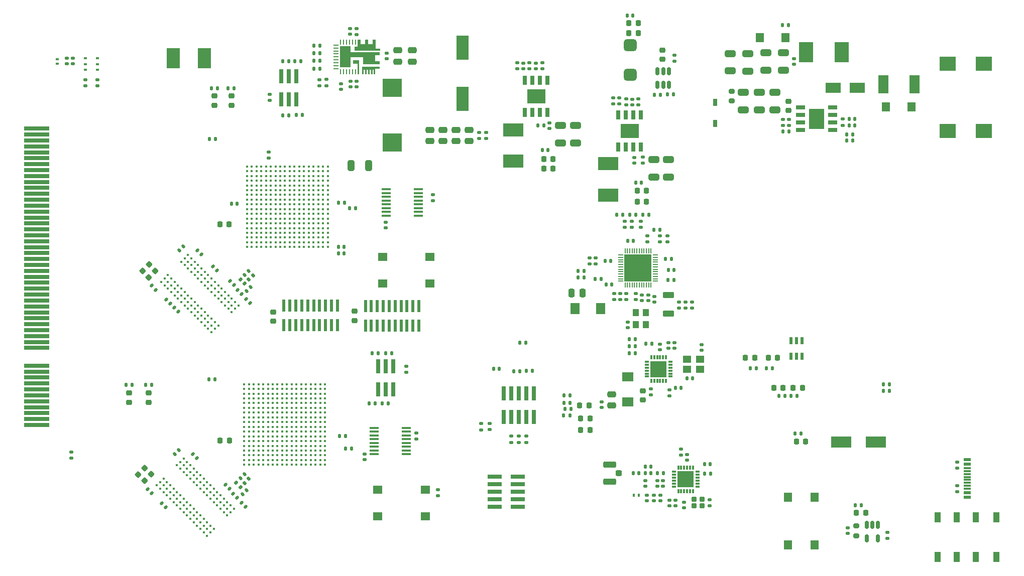
<source format=gbr>
%TF.GenerationSoftware,KiCad,Pcbnew,8.0.8*%
%TF.CreationDate,2025-02-03T01:07:07+01:00*%
%TF.ProjectId,RASBB,52415342-422e-46b6-9963-61645f706362,01*%
%TF.SameCoordinates,Original*%
%TF.FileFunction,Paste,Top*%
%TF.FilePolarity,Positive*%
%FSLAX46Y46*%
G04 Gerber Fmt 4.6, Leading zero omitted, Abs format (unit mm)*
G04 Created by KiCad (PCBNEW 8.0.8) date 2025-02-03 01:07:07*
%MOMM*%
%LPD*%
G01*
G04 APERTURE LIST*
G04 Aperture macros list*
%AMRoundRect*
0 Rectangle with rounded corners*
0 $1 Rounding radius*
0 $2 $3 $4 $5 $6 $7 $8 $9 X,Y pos of 4 corners*
0 Add a 4 corners polygon primitive as box body*
4,1,4,$2,$3,$4,$5,$6,$7,$8,$9,$2,$3,0*
0 Add four circle primitives for the rounded corners*
1,1,$1+$1,$2,$3*
1,1,$1+$1,$4,$5*
1,1,$1+$1,$6,$7*
1,1,$1+$1,$8,$9*
0 Add four rect primitives between the rounded corners*
20,1,$1+$1,$2,$3,$4,$5,0*
20,1,$1+$1,$4,$5,$6,$7,0*
20,1,$1+$1,$6,$7,$8,$9,0*
20,1,$1+$1,$8,$9,$2,$3,0*%
%AMFreePoly0*
4,1,17,0.922187,-3.271517,0.249087,-3.271517,0.249087,-2.755897,-0.909153,-2.755897,-0.909153,-2.247897,-0.187793,-2.247897,-0.187793,-1.503677,-0.909153,-1.503677,-0.909153,-0.995677,-0.187793,-0.995677,-0.187793,-0.253997,-0.909153,-0.253997,-0.909153,0.254003,0.617387,0.254003,0.617387,1.010923,0.922187,1.010923,0.922187,-3.271517,0.922187,-3.271517,$1*%
%AMFreePoly1*
4,1,7,1.009154,-0.126998,-0.784086,-0.126998,-0.784086,-0.939798,-1.393686,-0.939798,-1.393686,0.127002,1.009154,0.127002,1.009154,-0.126998,1.009154,-0.126998,$1*%
%AMFreePoly2*
4,1,24,-0.548640,0.127000,-0.406400,0.127000,0.406400,0.127000,0.406400,-0.127000,-0.299720,-0.127000,-0.299720,-0.373380,0.406400,-0.373380,0.406400,-0.627380,-0.299720,-0.627380,-0.299720,-0.873760,0.406400,-0.873760,0.406400,-1.127760,-0.299720,-1.127760,-0.299720,-1.374140,0.406400,-1.374140,0.406400,-1.628140,-0.299720,-1.628140,-0.299720,-1.871980,0.406400,-1.871980,0.406400,-2.125980,
-0.853440,-2.125980,-0.853440,0.886460,-0.548640,0.886460,-0.548640,0.127000,-0.548640,0.127000,$1*%
%AMFreePoly3*
4,1,15,-1.240280,0.393900,3.641600,0.393900,3.641600,-0.114100,2.884680,-0.114100,2.884680,-1.076760,3.641600,-1.076760,3.641600,-1.584760,0.839980,-1.584760,0.839980,-0.436680,-1.240280,-0.436680,-1.240280,-2.082600,-3.018280,-2.082600,-3.018280,1.422600,-1.240280,1.422600,-1.240280,0.393900,-1.240280,0.393900,$1*%
G04 Aperture macros list end*
%ADD10C,0.000000*%
%ADD11RoundRect,0.135000X-0.135000X-0.185000X0.135000X-0.185000X0.135000X0.185000X-0.135000X0.185000X0*%
%ADD12RoundRect,0.140000X-0.170000X0.140000X-0.170000X-0.140000X0.170000X-0.140000X0.170000X0.140000X0*%
%ADD13R,1.540600X1.853400*%
%ADD14RoundRect,0.140000X0.170000X-0.140000X0.170000X0.140000X-0.170000X0.140000X-0.170000X-0.140000X0*%
%ADD15RoundRect,0.140000X-0.140000X-0.170000X0.140000X-0.170000X0.140000X0.170000X-0.140000X0.170000X0*%
%ADD16RoundRect,0.140000X0.140000X0.170000X-0.140000X0.170000X-0.140000X-0.170000X0.140000X-0.170000X0*%
%ADD17RoundRect,0.135000X0.135000X0.185000X-0.135000X0.185000X-0.135000X-0.185000X0.135000X-0.185000X0*%
%ADD18R,3.429000X2.235200*%
%ADD19RoundRect,0.140000X0.219203X0.021213X0.021213X0.219203X-0.219203X-0.021213X-0.021213X-0.219203X0*%
%ADD20RoundRect,0.218750X0.218750X0.256250X-0.218750X0.256250X-0.218750X-0.256250X0.218750X-0.256250X0*%
%ADD21RoundRect,0.140000X0.021213X-0.219203X0.219203X-0.021213X-0.021213X0.219203X-0.219203X0.021213X0*%
%ADD22RoundRect,0.135000X-0.185000X0.135000X-0.185000X-0.135000X0.185000X-0.135000X0.185000X0.135000X0*%
%ADD23R,3.200000X3.050000*%
%ADD24RoundRect,0.135000X0.185000X-0.135000X0.185000X0.135000X-0.185000X0.135000X-0.185000X-0.135000X0*%
%ADD25RoundRect,0.250000X0.650000X-0.325000X0.650000X0.325000X-0.650000X0.325000X-0.650000X-0.325000X0*%
%ADD26RoundRect,0.250000X0.275000X0.250000X-0.275000X0.250000X-0.275000X-0.250000X0.275000X-0.250000X0*%
%ADD27RoundRect,0.250000X0.850000X0.275000X-0.850000X0.275000X-0.850000X-0.275000X0.850000X-0.275000X0*%
%ADD28RoundRect,0.225000X0.225000X0.250000X-0.225000X0.250000X-0.225000X-0.250000X0.225000X-0.250000X0*%
%ADD29RoundRect,0.225000X-0.250000X0.225000X-0.250000X-0.225000X0.250000X-0.225000X0.250000X0.225000X0*%
%ADD30RoundRect,0.140000X-0.219203X-0.021213X-0.021213X-0.219203X0.219203X0.021213X0.021213X0.219203X0*%
%ADD31RoundRect,0.218750X0.256250X-0.218750X0.256250X0.218750X-0.256250X0.218750X-0.256250X-0.218750X0*%
%ADD32RoundRect,0.250000X-0.475000X0.250000X-0.475000X-0.250000X0.475000X-0.250000X0.475000X0.250000X0*%
%ADD33R,2.400000X0.740000*%
%ADD34R,0.740000X2.400000*%
%ADD35R,1.400000X1.200000*%
%ADD36RoundRect,0.225000X0.250000X-0.225000X0.250000X0.225000X-0.250000X0.225000X-0.250000X-0.225000X0*%
%ADD37R,0.500000X2.000000*%
%ADD38RoundRect,0.140000X-0.021213X0.219203X-0.219203X0.021213X0.021213X-0.219203X0.219203X-0.021213X0*%
%ADD39C,0.410000*%
%ADD40R,2.800000X2.400000*%
%ADD41R,0.550000X0.400000*%
%ADD42RoundRect,0.150000X0.150000X-0.512500X0.150000X0.512500X-0.150000X0.512500X-0.150000X-0.512500X0*%
%ADD43RoundRect,0.250000X0.475000X-0.250000X0.475000X0.250000X-0.475000X0.250000X-0.475000X-0.250000X0*%
%ADD44RoundRect,0.225000X0.017678X-0.335876X0.335876X-0.017678X-0.017678X0.335876X-0.335876X0.017678X0*%
%ADD45R,1.853400X1.540600*%
%ADD46C,0.426000*%
%ADD47RoundRect,0.225000X-0.225000X-0.250000X0.225000X-0.250000X0.225000X0.250000X-0.225000X0.250000X0*%
%ADD48R,1.522000X0.700000*%
%ADD49R,2.500000X3.500000*%
%ADD50R,1.600000X1.400000*%
%ADD51RoundRect,0.250000X-0.250000X-0.475000X0.250000X-0.475000X0.250000X0.475000X-0.250000X0.475000X0*%
%ADD52RoundRect,0.135000X0.226274X0.035355X0.035355X0.226274X-0.226274X-0.035355X-0.035355X-0.226274X0*%
%ADD53RoundRect,0.250000X-0.650000X0.325000X-0.650000X-0.325000X0.650000X-0.325000X0.650000X0.325000X0*%
%ADD54R,0.650000X1.525000*%
%ADD55R,3.100000X2.400000*%
%ADD56R,0.800000X0.300000*%
%ADD57R,0.300000X0.800000*%
%ADD58R,2.700000X2.700000*%
%ADD59R,0.400000X0.500000*%
%ADD60R,3.350000X1.850000*%
%ADD61R,1.780000X3.150000*%
%ADD62R,2.000000X4.100000*%
%ADD63RoundRect,0.147500X0.147500X0.172500X-0.147500X0.172500X-0.147500X-0.172500X0.147500X-0.172500X0*%
%ADD64RoundRect,0.200000X0.250000X0.200000X-0.250000X0.200000X-0.250000X-0.200000X0.250000X-0.200000X0*%
%ADD65RoundRect,0.135000X0.035355X-0.226274X0.226274X-0.035355X-0.035355X0.226274X-0.226274X0.035355X0*%
%ADD66R,1.528000X0.435000*%
%ADD67R,2.500000X1.700000*%
%ADD68R,1.400000X1.600000*%
%ADD69FreePoly0,270.000000*%
%ADD70R,0.254000X0.812800*%
%ADD71R,0.812800X0.254000*%
%ADD72FreePoly1,270.000000*%
%ADD73FreePoly2,270.000000*%
%ADD74FreePoly3,0.000000*%
%ADD75RoundRect,0.500000X0.600000X-0.500000X0.600000X0.500000X-0.600000X0.500000X-0.600000X-0.500000X0*%
%ADD76R,2.235200X3.429000*%
%ADD77RoundRect,0.150000X-0.150000X0.512500X-0.150000X-0.512500X0.150000X-0.512500X0.150000X0.512500X0*%
%ADD78R,0.500000X0.400000*%
%ADD79RoundRect,0.200000X0.275000X-0.200000X0.275000X0.200000X-0.275000X0.200000X-0.275000X-0.200000X0*%
%ADD80RoundRect,0.250000X-0.325000X-0.650000X0.325000X-0.650000X0.325000X0.650000X-0.325000X0.650000X0*%
%ADD81R,1.160000X0.600000*%
%ADD82R,1.160000X0.300000*%
%ADD83R,1.100000X1.300000*%
%ADD84R,0.812800X0.203200*%
%ADD85R,0.203200X0.812800*%
%ADD86R,4.648200X4.648200*%
%ADD87R,0.800000X1.150000*%
%ADD88R,0.600000X1.150000*%
%ADD89R,1.450000X1.490000*%
%ADD90RoundRect,0.250000X0.700000X-0.275000X0.700000X0.275000X-0.700000X0.275000X-0.700000X-0.275000X0*%
%ADD91RoundRect,0.200000X-0.275000X0.200000X-0.275000X-0.200000X0.275000X-0.200000X0.275000X0.200000X0*%
%ADD92R,1.100000X1.750000*%
%ADD93R,2.350000X3.500000*%
%ADD94R,4.200000X0.700000*%
G04 APERTURE END LIST*
D10*
%TO.C,U12*%
G36*
X206795300Y-79355300D02*
G01*
X205445900Y-79355300D01*
X205445900Y-78005900D01*
X206795300Y-78005900D01*
X206795300Y-79355300D01*
G37*
G36*
X206795300Y-80904700D02*
G01*
X205445900Y-80904700D01*
X205445900Y-79555300D01*
X206795300Y-79555300D01*
X206795300Y-80904700D01*
G37*
G36*
X206795300Y-82454100D02*
G01*
X205445900Y-82454100D01*
X205445900Y-81104700D01*
X206795300Y-81104700D01*
X206795300Y-82454100D01*
G37*
G36*
X208344700Y-79355300D02*
G01*
X206995300Y-79355300D01*
X206995300Y-78005900D01*
X208344700Y-78005900D01*
X208344700Y-79355300D01*
G37*
G36*
X208344700Y-80904700D02*
G01*
X206995300Y-80904700D01*
X206995300Y-79555300D01*
X208344700Y-79555300D01*
X208344700Y-80904700D01*
G37*
G36*
X208344700Y-82454100D02*
G01*
X206995300Y-82454100D01*
X206995300Y-81104700D01*
X208344700Y-81104700D01*
X208344700Y-82454100D01*
G37*
G36*
X209894100Y-79355300D02*
G01*
X208544700Y-79355300D01*
X208544700Y-78005900D01*
X209894100Y-78005900D01*
X209894100Y-79355300D01*
G37*
G36*
X209894100Y-80904700D02*
G01*
X208544700Y-80904700D01*
X208544700Y-79555300D01*
X209894100Y-79555300D01*
X209894100Y-80904700D01*
G37*
G36*
X209894100Y-82454100D02*
G01*
X208544700Y-82454100D01*
X208544700Y-81104700D01*
X209894100Y-81104700D01*
X209894100Y-82454100D01*
G37*
%TD*%
D11*
%TO.C,R110*%
X195190000Y-102950000D03*
X196210000Y-102950000D03*
%TD*%
D12*
%TO.C,C41*%
X190465000Y-45640192D03*
X190465000Y-46600192D03*
%TD*%
D13*
%TO.C,L8*%
X201324200Y-87080000D03*
X197065800Y-87080000D03*
%TD*%
D14*
%TO.C,C65*%
X215710000Y-86955000D03*
X215710000Y-85995000D03*
%TD*%
D12*
%TO.C,C55*%
X180875000Y-57370000D03*
X180875000Y-58330000D03*
%TD*%
D15*
%TO.C,C35*%
X190800000Y-56200000D03*
X191760000Y-56200000D03*
%TD*%
D11*
%TO.C,R167*%
X135290000Y-99000000D03*
X136310000Y-99000000D03*
%TD*%
D16*
%TO.C,C363*%
X206900000Y-75660000D03*
X205940000Y-75660000D03*
%TD*%
D12*
%TO.C,C151*%
X212950000Y-119400000D03*
X212950000Y-120360000D03*
%TD*%
%TO.C,C149*%
X215450000Y-119720000D03*
X215450000Y-120680000D03*
%TD*%
D15*
%TO.C,C361*%
X212770000Y-80580000D03*
X213730000Y-80580000D03*
%TD*%
D17*
%TO.C,R154*%
X148780000Y-45350000D03*
X147760000Y-45350000D03*
%TD*%
D18*
%TO.C,L6*%
X202600000Y-67934300D03*
X202600000Y-62625700D03*
%TD*%
D19*
%TO.C,C105*%
X128048128Y-120569753D03*
X127369306Y-119890931D03*
%TD*%
D12*
%TO.C,C145*%
X219725000Y-119345000D03*
X219725000Y-120305000D03*
%TD*%
D20*
%TO.C,D8*%
X199575000Y-105600000D03*
X198000000Y-105600000D03*
%TD*%
D11*
%TO.C,R56*%
X124640000Y-99925000D03*
X125660000Y-99925000D03*
%TD*%
D21*
%TO.C,C84*%
X141360589Y-81389411D03*
X142039411Y-80710589D03*
%TD*%
D22*
%TO.C,R41*%
X187275000Y-45590192D03*
X187275000Y-46610192D03*
%TD*%
D15*
%TO.C,C357*%
X212730000Y-82220000D03*
X213690000Y-82220000D03*
%TD*%
D23*
%TO.C,L3*%
X166200000Y-49800000D03*
X166200000Y-59000000D03*
%TD*%
D19*
%TO.C,C103*%
X133298128Y-112269753D03*
X132619306Y-111590931D03*
%TD*%
D12*
%TO.C,C150*%
X213970000Y-119400000D03*
X213970000Y-120360000D03*
%TD*%
D15*
%TO.C,C159*%
X206850000Y-114840000D03*
X207810000Y-114840000D03*
%TD*%
D24*
%TO.C,R44*%
X160200000Y-40810000D03*
X160200000Y-39790000D03*
%TD*%
D25*
%TO.C,C5*%
X228101250Y-53505000D03*
X228101250Y-50555000D03*
%TD*%
D26*
%TO.C,J11*%
X204410000Y-114840000D03*
D27*
X202885000Y-116315000D03*
X202885000Y-113365000D03*
%TD*%
D28*
%TO.C,C45*%
X207675000Y-38890000D03*
X206125000Y-38890000D03*
%TD*%
%TO.C,C54*%
X193350000Y-63430000D03*
X191800000Y-63430000D03*
%TD*%
D24*
%TO.C,R30*%
X242210000Y-56120000D03*
X242210000Y-55100000D03*
%TD*%
D14*
%TO.C,C146*%
X209170000Y-119510000D03*
X209170000Y-118550000D03*
%TD*%
D15*
%TO.C,C8*%
X243270000Y-55040000D03*
X244230000Y-55040000D03*
%TD*%
D29*
%TO.C,C175*%
X208490000Y-100915000D03*
X208490000Y-102465000D03*
%TD*%
D12*
%TO.C,C30*%
X188285000Y-45640192D03*
X188285000Y-46600192D03*
%TD*%
D11*
%TO.C,R71*%
X249025000Y-99870000D03*
X250045000Y-99870000D03*
%TD*%
%TO.C,R5*%
X135755000Y-49900000D03*
X136775000Y-49900000D03*
%TD*%
D18*
%TO.C,L5*%
X186600000Y-62200000D03*
X186600000Y-56891400D03*
%TD*%
D30*
%TO.C,C88*%
X125710589Y-83210589D03*
X126389411Y-83889411D03*
%TD*%
D28*
%TO.C,C57*%
X193350000Y-61800000D03*
X191800000Y-61800000D03*
%TD*%
D31*
%TO.C,D16*%
X121865000Y-102882500D03*
X121865000Y-101307500D03*
%TD*%
D32*
%TO.C,C354*%
X169590000Y-43500000D03*
X169590000Y-45400000D03*
%TD*%
D33*
%TO.C,J8*%
X183500000Y-115410000D03*
X187400000Y-115410000D03*
X183500000Y-116680000D03*
X187400000Y-116680000D03*
X183500000Y-117950000D03*
X187400000Y-117950000D03*
X183500000Y-119220000D03*
X187400000Y-119220000D03*
X183500000Y-120490000D03*
X187400000Y-120490000D03*
%TD*%
D34*
%TO.C,J13*%
X150070000Y-47850000D03*
X150070000Y-51750000D03*
X148800000Y-47850000D03*
X148800000Y-51750000D03*
X147530000Y-47850000D03*
X147530000Y-51750000D03*
%TD*%
D17*
%TO.C,R46*%
X213640000Y-50947500D03*
X212620000Y-50947500D03*
%TD*%
D30*
%TO.C,C94*%
X140110589Y-83960589D03*
X140789411Y-84639411D03*
%TD*%
D35*
%TO.C,Y3*%
X218100000Y-95580000D03*
X215900000Y-95580000D03*
X215900000Y-97280000D03*
X218100000Y-97280000D03*
%TD*%
D36*
%TO.C,C125*%
X146140000Y-89215000D03*
X146140000Y-87665000D03*
%TD*%
D30*
%TO.C,C116*%
X140819306Y-119790931D03*
X141498128Y-120469753D03*
%TD*%
D37*
%TO.C,J5*%
X147980000Y-89820000D03*
X147980000Y-86520000D03*
X148980000Y-89820000D03*
X148980000Y-86520000D03*
X149980000Y-89820000D03*
X149980000Y-86520000D03*
X150980000Y-89820000D03*
X150980000Y-86520000D03*
X151980000Y-89820000D03*
X151980000Y-86520000D03*
X152980000Y-89820000D03*
X152980000Y-86520000D03*
X153980000Y-89820000D03*
X153980000Y-86520000D03*
X154980000Y-89820000D03*
X154980000Y-86520000D03*
X155980000Y-89820000D03*
X155980000Y-86520000D03*
X156980000Y-89820000D03*
X156980000Y-86520000D03*
%TD*%
D28*
%TO.C,C179*%
X232125000Y-100400000D03*
X230575000Y-100400000D03*
%TD*%
D14*
%TO.C,C71*%
X205900000Y-90280000D03*
X205900000Y-89320000D03*
%TD*%
D38*
%TO.C,C95*%
X142389411Y-83410589D03*
X141710589Y-84089411D03*
%TD*%
D22*
%TO.C,R28*%
X232072777Y-55130000D03*
X232072777Y-56150000D03*
%TD*%
D11*
%TO.C,R58*%
X208460000Y-71220000D03*
X209480000Y-71220000D03*
%TD*%
D12*
%TO.C,C204*%
X145600000Y-50940000D03*
X145600000Y-51900000D03*
%TD*%
D15*
%TO.C,C51*%
X207250000Y-65810000D03*
X208210000Y-65810000D03*
%TD*%
D22*
%TO.C,R118*%
X116510000Y-48430000D03*
X116510000Y-49450000D03*
%TD*%
D11*
%TO.C,R153*%
X150080000Y-54360000D03*
X151100000Y-54360000D03*
%TD*%
D39*
%TO.C,U10*%
X141750000Y-63080000D03*
X142550000Y-63080000D03*
X143350000Y-63080000D03*
X144150000Y-63080000D03*
X144950000Y-63080000D03*
X145750000Y-63080000D03*
X146550000Y-63080000D03*
X147350000Y-63080000D03*
X148150000Y-63080000D03*
X148950000Y-63080000D03*
X149750000Y-63080000D03*
X150550000Y-63080000D03*
X151350000Y-63080000D03*
X152150000Y-63080000D03*
X152950000Y-63080000D03*
X153750000Y-63080000D03*
X154550000Y-63080000D03*
X155350000Y-63080000D03*
X141750000Y-63880000D03*
X142550000Y-63880000D03*
X143350000Y-63880000D03*
X144150000Y-63880000D03*
X144950000Y-63880000D03*
X145750000Y-63880000D03*
X146550000Y-63880000D03*
X147350000Y-63880000D03*
X148150000Y-63880000D03*
X148950000Y-63880000D03*
X149750000Y-63880000D03*
X150550000Y-63880000D03*
X151350000Y-63880000D03*
X152150000Y-63880000D03*
X152950000Y-63880000D03*
X153750000Y-63880000D03*
X154550000Y-63880000D03*
X155350000Y-63880000D03*
X141750000Y-64680000D03*
X142550000Y-64680000D03*
X143350000Y-64680000D03*
X144150000Y-64680000D03*
X144950000Y-64680000D03*
X145750000Y-64680000D03*
X146550000Y-64680000D03*
X147350000Y-64680000D03*
X148150000Y-64680000D03*
X148950000Y-64680000D03*
X149750000Y-64680000D03*
X150550000Y-64680000D03*
X151350000Y-64680000D03*
X152150000Y-64680000D03*
X152950000Y-64680000D03*
X153750000Y-64680000D03*
X154550000Y-64680000D03*
X155350000Y-64680000D03*
X141750000Y-65480000D03*
X142550000Y-65480000D03*
X143350000Y-65480000D03*
X144150000Y-65480000D03*
X144950000Y-65480000D03*
X145750000Y-65480000D03*
X146550000Y-65480000D03*
X147350000Y-65480000D03*
X148150000Y-65480000D03*
X148950000Y-65480000D03*
X149750000Y-65480000D03*
X150550000Y-65480000D03*
X151350000Y-65480000D03*
X152150000Y-65480000D03*
X152950000Y-65480000D03*
X153750000Y-65480000D03*
X154550000Y-65480000D03*
X155350000Y-65480000D03*
X141750000Y-66280000D03*
X142550000Y-66280000D03*
X143350000Y-66280000D03*
X144150000Y-66280000D03*
X144950000Y-66280000D03*
X145750000Y-66280000D03*
X146550000Y-66280000D03*
X147350000Y-66280000D03*
X148150000Y-66280000D03*
X148950000Y-66280000D03*
X149750000Y-66280000D03*
X150550000Y-66280000D03*
X151350000Y-66280000D03*
X152150000Y-66280000D03*
X152950000Y-66280000D03*
X153750000Y-66280000D03*
X154550000Y-66280000D03*
X155350000Y-66280000D03*
X141750000Y-67080000D03*
X142550000Y-67080000D03*
X143350000Y-67080000D03*
X144150000Y-67080000D03*
X144950000Y-67080000D03*
X145750000Y-67080000D03*
X146550000Y-67080000D03*
X147350000Y-67080000D03*
X148150000Y-67080000D03*
X148950000Y-67080000D03*
X149750000Y-67080000D03*
X150550000Y-67080000D03*
X151350000Y-67080000D03*
X152150000Y-67080000D03*
X152950000Y-67080000D03*
X153750000Y-67080000D03*
X154550000Y-67080000D03*
X155350000Y-67080000D03*
X141750000Y-67880000D03*
X142550000Y-67880000D03*
X143350000Y-67880000D03*
X144150000Y-67880000D03*
X144950000Y-67880000D03*
X145750000Y-67880000D03*
X146550000Y-67880000D03*
X147350000Y-67880000D03*
X148150000Y-67880000D03*
X148950000Y-67880000D03*
X149750000Y-67880000D03*
X150550000Y-67880000D03*
X151350000Y-67880000D03*
X152150000Y-67880000D03*
X152950000Y-67880000D03*
X153750000Y-67880000D03*
X154550000Y-67880000D03*
X155350000Y-67880000D03*
X141750000Y-68680000D03*
X142550000Y-68680000D03*
X143350000Y-68680000D03*
X144150000Y-68680000D03*
X144950000Y-68680000D03*
X145750000Y-68680000D03*
X146550000Y-68680000D03*
X147350000Y-68680000D03*
X148150000Y-68680000D03*
X148950000Y-68680000D03*
X149750000Y-68680000D03*
X150550000Y-68680000D03*
X151350000Y-68680000D03*
X152150000Y-68680000D03*
X152950000Y-68680000D03*
X153750000Y-68680000D03*
X154550000Y-68680000D03*
X155350000Y-68680000D03*
X141750000Y-69480000D03*
X142550000Y-69480000D03*
X143350000Y-69480000D03*
X144150000Y-69480000D03*
X144950000Y-69480000D03*
X145750000Y-69480000D03*
X146550000Y-69480000D03*
X147350000Y-69480000D03*
X148150000Y-69480000D03*
X148950000Y-69480000D03*
X149750000Y-69480000D03*
X150550000Y-69480000D03*
X151350000Y-69480000D03*
X152150000Y-69480000D03*
X152950000Y-69480000D03*
X153750000Y-69480000D03*
X154550000Y-69480000D03*
X155350000Y-69480000D03*
X141750000Y-70280000D03*
X142550000Y-70280000D03*
X143350000Y-70280000D03*
X144150000Y-70280000D03*
X144950000Y-70280000D03*
X145750000Y-70280000D03*
X146550000Y-70280000D03*
X147350000Y-70280000D03*
X148150000Y-70280000D03*
X148950000Y-70280000D03*
X149750000Y-70280000D03*
X150550000Y-70280000D03*
X151350000Y-70280000D03*
X152150000Y-70280000D03*
X152950000Y-70280000D03*
X153750000Y-70280000D03*
X154550000Y-70280000D03*
X155350000Y-70280000D03*
X141750000Y-71080000D03*
X142550000Y-71080000D03*
X143350000Y-71080000D03*
X144150000Y-71080000D03*
X144950000Y-71080000D03*
X145750000Y-71080000D03*
X146550000Y-71080000D03*
X147350000Y-71080000D03*
X148150000Y-71080000D03*
X148950000Y-71080000D03*
X149750000Y-71080000D03*
X150550000Y-71080000D03*
X151350000Y-71080000D03*
X152150000Y-71080000D03*
X152950000Y-71080000D03*
X153750000Y-71080000D03*
X154550000Y-71080000D03*
X155350000Y-71080000D03*
X141750000Y-71880000D03*
X142550000Y-71880000D03*
X143350000Y-71880000D03*
X144150000Y-71880000D03*
X144950000Y-71880000D03*
X145750000Y-71880000D03*
X146550000Y-71880000D03*
X147350000Y-71880000D03*
X148150000Y-71880000D03*
X148950000Y-71880000D03*
X149750000Y-71880000D03*
X150550000Y-71880000D03*
X151350000Y-71880000D03*
X152150000Y-71880000D03*
X152950000Y-71880000D03*
X153750000Y-71880000D03*
X154550000Y-71880000D03*
X155350000Y-71880000D03*
X141750000Y-72680000D03*
X142550000Y-72680000D03*
X143350000Y-72680000D03*
X144150000Y-72680000D03*
X144950000Y-72680000D03*
X145750000Y-72680000D03*
X146550000Y-72680000D03*
X147350000Y-72680000D03*
X148150000Y-72680000D03*
X148950000Y-72680000D03*
X149750000Y-72680000D03*
X150550000Y-72680000D03*
X151350000Y-72680000D03*
X152150000Y-72680000D03*
X152950000Y-72680000D03*
X153750000Y-72680000D03*
X154550000Y-72680000D03*
X155350000Y-72680000D03*
X141750000Y-73480000D03*
X142550000Y-73480000D03*
X143350000Y-73480000D03*
X144150000Y-73480000D03*
X144950000Y-73480000D03*
X145750000Y-73480000D03*
X146550000Y-73480000D03*
X147350000Y-73480000D03*
X148150000Y-73480000D03*
X148950000Y-73480000D03*
X149750000Y-73480000D03*
X150550000Y-73480000D03*
X151350000Y-73480000D03*
X152150000Y-73480000D03*
X152950000Y-73480000D03*
X153750000Y-73480000D03*
X154550000Y-73480000D03*
X155350000Y-73480000D03*
X141750000Y-74280000D03*
X142550000Y-74280000D03*
X143350000Y-74280000D03*
X144150000Y-74280000D03*
X144950000Y-74280000D03*
X145750000Y-74280000D03*
X146550000Y-74280000D03*
X147350000Y-74280000D03*
X148150000Y-74280000D03*
X148950000Y-74280000D03*
X149750000Y-74280000D03*
X150550000Y-74280000D03*
X151350000Y-74280000D03*
X152150000Y-74280000D03*
X152950000Y-74280000D03*
X153750000Y-74280000D03*
X154550000Y-74280000D03*
X155350000Y-74280000D03*
X141750000Y-75080000D03*
X142550000Y-75080000D03*
X143350000Y-75080000D03*
X144150000Y-75080000D03*
X144950000Y-75080000D03*
X145750000Y-75080000D03*
X146550000Y-75080000D03*
X147350000Y-75080000D03*
X148150000Y-75080000D03*
X148950000Y-75080000D03*
X149750000Y-75080000D03*
X150550000Y-75080000D03*
X151350000Y-75080000D03*
X152150000Y-75080000D03*
X152950000Y-75080000D03*
X153750000Y-75080000D03*
X154550000Y-75080000D03*
X155350000Y-75080000D03*
X141750000Y-75880000D03*
X142550000Y-75880000D03*
X143350000Y-75880000D03*
X144150000Y-75880000D03*
X144950000Y-75880000D03*
X145750000Y-75880000D03*
X146550000Y-75880000D03*
X147350000Y-75880000D03*
X148150000Y-75880000D03*
X148950000Y-75880000D03*
X149750000Y-75880000D03*
X150550000Y-75880000D03*
X151350000Y-75880000D03*
X152150000Y-75880000D03*
X152950000Y-75880000D03*
X153750000Y-75880000D03*
X154550000Y-75880000D03*
X155350000Y-75880000D03*
X141750000Y-76680000D03*
X142550000Y-76680000D03*
X143350000Y-76680000D03*
X144150000Y-76680000D03*
X144950000Y-76680000D03*
X145750000Y-76680000D03*
X146550000Y-76680000D03*
X147350000Y-76680000D03*
X148150000Y-76680000D03*
X148950000Y-76680000D03*
X149750000Y-76680000D03*
X150550000Y-76680000D03*
X151350000Y-76680000D03*
X152150000Y-76680000D03*
X152950000Y-76680000D03*
X153750000Y-76680000D03*
X154550000Y-76680000D03*
X155350000Y-76680000D03*
%TD*%
D22*
%TO.C,R111*%
X181230000Y-106490000D03*
X181230000Y-107510000D03*
%TD*%
D14*
%TO.C,C147*%
X210330000Y-119510000D03*
X210330000Y-118550000D03*
%TD*%
D40*
%TO.C,J1*%
X259845000Y-57110000D03*
X265945000Y-57110000D03*
X265945000Y-45710000D03*
X259845000Y-45710000D03*
%TD*%
D24*
%TO.C,R29*%
X233119721Y-56150000D03*
X233119721Y-55130000D03*
%TD*%
D12*
%TO.C,C352*%
X209375000Y-84770000D03*
X209375000Y-85730000D03*
%TD*%
D22*
%TO.C,R77*%
X199495000Y-78495000D03*
X199495000Y-79515000D03*
%TD*%
D34*
%TO.C,J10*%
X185020000Y-105310000D03*
X185020000Y-101410000D03*
X186290000Y-105310000D03*
X186290000Y-101410000D03*
X187560000Y-105310000D03*
X187560000Y-101410000D03*
X188830000Y-105310000D03*
X188830000Y-101410000D03*
X190100000Y-105310000D03*
X190100000Y-101410000D03*
%TD*%
D30*
%TO.C,C111*%
X124969306Y-117540931D03*
X125648128Y-118219753D03*
%TD*%
D22*
%TO.C,R65*%
X206585000Y-72300000D03*
X206585000Y-73320000D03*
%TD*%
D11*
%TO.C,R1*%
X159060000Y-70170000D03*
X160080000Y-70170000D03*
%TD*%
D28*
%TO.C,C166*%
X246050000Y-121550000D03*
X244500000Y-121550000D03*
%TD*%
D41*
%TO.C,U7*%
X114500000Y-44800000D03*
X114500000Y-45800000D03*
X114500000Y-46800000D03*
X116500000Y-46800000D03*
X116500000Y-45800000D03*
X116500000Y-44800000D03*
%TD*%
D22*
%TO.C,R52*%
X207700000Y-51690000D03*
X207700000Y-52710000D03*
%TD*%
D11*
%TO.C,R39*%
X153000000Y-45260000D03*
X154020000Y-45260000D03*
%TD*%
D28*
%TO.C,C56*%
X209075000Y-69000000D03*
X207525000Y-69000000D03*
%TD*%
D12*
%TO.C,C72*%
X210450000Y-84995000D03*
X210450000Y-85955000D03*
%TD*%
D31*
%TO.C,D13*%
X136275000Y-52775000D03*
X136275000Y-51199998D03*
%TD*%
D11*
%TO.C,R69*%
X206210000Y-92200000D03*
X207230000Y-92200000D03*
%TD*%
%TO.C,R152*%
X149830000Y-45320000D03*
X150850000Y-45320000D03*
%TD*%
D14*
%TO.C,C66*%
X213780000Y-93780000D03*
X213780000Y-92820000D03*
%TD*%
D22*
%TO.C,R115*%
X188820000Y-108610000D03*
X188820000Y-109630000D03*
%TD*%
D42*
%TO.C,U4*%
X210960000Y-49297500D03*
X211910000Y-49297500D03*
X212860000Y-49297500D03*
X212860000Y-47022500D03*
X211910000Y-47022500D03*
X210960000Y-47022500D03*
%TD*%
D24*
%TO.C,R51*%
X205690000Y-52710000D03*
X205690000Y-51690000D03*
%TD*%
D17*
%TO.C,R62*%
X205070000Y-71220000D03*
X204050000Y-71220000D03*
%TD*%
D43*
%TO.C,C170*%
X203250000Y-103430000D03*
X203250000Y-101530000D03*
%TD*%
D15*
%TO.C,C244*%
X157160000Y-76620000D03*
X158120000Y-76620000D03*
%TD*%
D16*
%TO.C,C157*%
X209860000Y-113760000D03*
X208900000Y-113760000D03*
%TD*%
D20*
%TO.C,D9*%
X199387501Y-103400000D03*
X197812499Y-103400000D03*
%TD*%
D17*
%TO.C,R45*%
X211420000Y-50957500D03*
X210400000Y-50957500D03*
%TD*%
D14*
%TO.C,C173*%
X211370000Y-94000000D03*
X211370000Y-93040000D03*
%TD*%
D11*
%TO.C,R38*%
X153000000Y-46550000D03*
X154020000Y-46550000D03*
%TD*%
D44*
%TO.C,C121*%
X124460709Y-116128350D03*
X125556725Y-115032334D03*
%TD*%
D17*
%TO.C,R6*%
X159410000Y-110700000D03*
X158390000Y-110700000D03*
%TD*%
D16*
%TO.C,C265*%
X140070000Y-69360000D03*
X139110000Y-69360000D03*
%TD*%
D22*
%TO.C,R107*%
X200550000Y-78490001D03*
X200550000Y-79509999D03*
%TD*%
D12*
%TO.C,C364*%
X204660000Y-84550000D03*
X204660000Y-85510000D03*
%TD*%
%TO.C,C19*%
X157600000Y-49120000D03*
X157600000Y-50080000D03*
%TD*%
D22*
%TO.C,R112*%
X182660000Y-106480000D03*
X182660000Y-107500000D03*
%TD*%
%TO.C,R116*%
X186280000Y-108610000D03*
X186280000Y-109630000D03*
%TD*%
D19*
%TO.C,C80*%
X134039411Y-77939411D03*
X133360589Y-77260589D03*
%TD*%
D24*
%TO.C,R8*%
X170300000Y-109090000D03*
X170300000Y-108070000D03*
%TD*%
D43*
%TO.C,C46*%
X177000000Y-58800000D03*
X177000000Y-56900000D03*
%TD*%
D12*
%TO.C,C158*%
X208920000Y-116090000D03*
X208920000Y-117050000D03*
%TD*%
D22*
%TO.C,R42*%
X213800000Y-44290000D03*
X213800000Y-45310000D03*
%TD*%
D11*
%TO.C,R142*%
X233490000Y-101800000D03*
X234510000Y-101800000D03*
%TD*%
D12*
%TO.C,C58*%
X165140000Y-72470000D03*
X165140000Y-73430000D03*
%TD*%
D11*
%TO.C,R74*%
X197540000Y-81830000D03*
X198560000Y-81830000D03*
%TD*%
D45*
%TO.C,L11*%
X205920000Y-98592101D03*
X205920000Y-102850501D03*
%TD*%
D46*
%TO.C,IC10*%
X126532330Y-116894291D03*
X127098015Y-116328606D03*
X127663700Y-115762920D03*
X129926442Y-113500178D03*
X130492128Y-112934493D03*
X131057813Y-112368808D03*
X127098015Y-117459976D03*
X127663700Y-116894291D03*
X128229386Y-116328606D03*
X130492128Y-114065864D03*
X131057813Y-113500178D03*
X131623498Y-112934493D03*
X127663700Y-118025662D03*
X128229386Y-117459976D03*
X128795071Y-116894291D03*
X131057813Y-114631549D03*
X131623498Y-114065864D03*
X132189184Y-113500178D03*
X128229386Y-118591347D03*
X128795071Y-118025662D03*
X129360757Y-117459976D03*
X131623498Y-115197235D03*
X132189184Y-114631549D03*
X132754869Y-114065864D03*
X128795071Y-119157033D03*
X129360757Y-118591347D03*
X129926442Y-118025662D03*
X132189184Y-115762920D03*
X132754869Y-115197235D03*
X133320555Y-114631549D03*
X129360757Y-119722718D03*
X129926442Y-119157033D03*
X130492128Y-118591347D03*
X132754869Y-116328606D03*
X133320555Y-115762920D03*
X133886240Y-115197235D03*
X129926442Y-120288404D03*
X130492128Y-119722718D03*
X131057813Y-119157033D03*
X133320555Y-116894291D03*
X133886240Y-116328606D03*
X134451926Y-115762920D03*
X130492128Y-120854089D03*
X131057813Y-120288404D03*
X131623498Y-119722718D03*
X133886240Y-117459976D03*
X134451926Y-116894291D03*
X135017611Y-116328606D03*
X131057813Y-121419774D03*
X131623498Y-120854089D03*
X132189184Y-120288404D03*
X134451926Y-118025662D03*
X135017611Y-117459976D03*
X135583296Y-116894291D03*
X131623498Y-121985460D03*
X132189184Y-121419774D03*
X132754869Y-120854089D03*
X135017611Y-118591347D03*
X135583296Y-118025662D03*
X136148982Y-117459976D03*
X132189184Y-122551145D03*
X132754869Y-121985460D03*
X133320555Y-121419774D03*
X135583296Y-119157033D03*
X136148982Y-118591347D03*
X136714667Y-118025662D03*
X132754869Y-123116831D03*
X133320555Y-122551145D03*
X133886240Y-121985460D03*
X136148982Y-119722718D03*
X136714667Y-119157033D03*
X137280353Y-118591347D03*
X133320555Y-123682516D03*
X133886240Y-123116831D03*
X134451926Y-122551145D03*
X136714667Y-120288404D03*
X137280353Y-119722718D03*
X137846038Y-119157033D03*
X133886240Y-124248202D03*
X134451926Y-123682516D03*
X135017611Y-123116831D03*
X137280353Y-120854089D03*
X137846038Y-120288404D03*
X138411724Y-119722718D03*
X134451926Y-124813887D03*
X135017611Y-124248202D03*
X135583296Y-123682516D03*
X137846038Y-121419774D03*
X138411724Y-120854089D03*
X138977409Y-120288404D03*
X135017611Y-125379572D03*
X135583296Y-124813887D03*
X136148982Y-124248202D03*
X138411724Y-121985460D03*
X138977409Y-121419774D03*
X139543094Y-120854089D03*
%TD*%
D11*
%TO.C,R103*%
X121365000Y-99925000D03*
X122385000Y-99925000D03*
%TD*%
%TO.C,R121*%
X234105000Y-108135000D03*
X235125000Y-108135000D03*
%TD*%
D14*
%TO.C,C38*%
X182032500Y-58330000D03*
X182032500Y-57370000D03*
%TD*%
D19*
%TO.C,C87*%
X136689411Y-80639411D03*
X136010589Y-79960589D03*
%TD*%
D21*
%TO.C,C107*%
X140619306Y-115719753D03*
X141298128Y-115040931D03*
%TD*%
D47*
%TO.C,C178*%
X229625000Y-95400000D03*
X231175000Y-95400000D03*
%TD*%
D17*
%TO.C,R70*%
X207230000Y-93400000D03*
X206210000Y-93400000D03*
%TD*%
D15*
%TO.C,C152*%
X218920000Y-114900000D03*
X219880000Y-114900000D03*
%TD*%
%TO.C,C168*%
X215920000Y-98800000D03*
X216880000Y-98800000D03*
%TD*%
D14*
%TO.C,C154*%
X215960000Y-112630000D03*
X215960000Y-111670000D03*
%TD*%
D16*
%TO.C,C16*%
X233000000Y-39200000D03*
X232040000Y-39200000D03*
%TD*%
D48*
%TO.C,IC1*%
X235086000Y-53135000D03*
X235086000Y-54405000D03*
X235086000Y-55675000D03*
X235086000Y-56945000D03*
X240514000Y-56945000D03*
X240514000Y-55675000D03*
X240514000Y-54405000D03*
X240514000Y-53135000D03*
D49*
X237800000Y-55040000D03*
%TD*%
D17*
%TO.C,R135*%
X210010000Y-93000000D03*
X208990000Y-93000000D03*
%TD*%
D14*
%TO.C,C142*%
X112340000Y-45750000D03*
X112340000Y-44790000D03*
%TD*%
D50*
%TO.C,S2*%
X164600000Y-78300000D03*
X172600000Y-78300000D03*
X164600000Y-82800000D03*
X172600000Y-82800000D03*
%TD*%
D24*
%TO.C,R37*%
X155120000Y-49430000D03*
X155120000Y-48410000D03*
%TD*%
D28*
%TO.C,C177*%
X227325000Y-95400000D03*
X225775000Y-95400000D03*
%TD*%
D11*
%TO.C,R2*%
X157130000Y-69160000D03*
X158150000Y-69160000D03*
%TD*%
D51*
%TO.C,C62*%
X196445001Y-84405000D03*
X198344999Y-84405000D03*
%TD*%
D16*
%TO.C,C359*%
X203225000Y-82970000D03*
X202265000Y-82970000D03*
%TD*%
D24*
%TO.C,R98*%
X261475000Y-113980000D03*
X261475000Y-112960000D03*
%TD*%
D52*
%TO.C,R94*%
X140619341Y-117190966D03*
X139898093Y-116469718D03*
%TD*%
D12*
%TO.C,C156*%
X210890000Y-116090000D03*
X210890000Y-117050000D03*
%TD*%
D11*
%TO.C,R140*%
X229340000Y-97160000D03*
X230360000Y-97160000D03*
%TD*%
D44*
%TO.C,C366*%
X124151992Y-80748008D03*
X125248008Y-79651992D03*
%TD*%
D17*
%TO.C,R104*%
X250045000Y-100980000D03*
X249025000Y-100980000D03*
%TD*%
D53*
%TO.C,C21*%
X194605000Y-56135192D03*
X194605000Y-59085192D03*
%TD*%
D11*
%TO.C,R108*%
X195140000Y-105075000D03*
X196160000Y-105075000D03*
%TD*%
%TO.C,R33*%
X242840000Y-58730000D03*
X243860000Y-58730000D03*
%TD*%
D17*
%TO.C,R12*%
X196210000Y-101750000D03*
X195190000Y-101750000D03*
%TD*%
D20*
%TO.C,D7*%
X199575000Y-107540000D03*
X198000000Y-107540000D03*
%TD*%
D22*
%TO.C,R3*%
X112150000Y-111290000D03*
X112150000Y-112310000D03*
%TD*%
D46*
%TO.C,IC9*%
X127273613Y-82563949D03*
X127839298Y-81998264D03*
X128404983Y-81432578D03*
X130667725Y-79169836D03*
X131233411Y-78604151D03*
X131799096Y-78038466D03*
X127839298Y-83129634D03*
X128404983Y-82563949D03*
X128970669Y-81998264D03*
X131233411Y-79735522D03*
X131799096Y-79169836D03*
X132364781Y-78604151D03*
X128404983Y-83695320D03*
X128970669Y-83129634D03*
X129536354Y-82563949D03*
X131799096Y-80301207D03*
X132364781Y-79735522D03*
X132930467Y-79169836D03*
X128970669Y-84261005D03*
X129536354Y-83695320D03*
X130102040Y-83129634D03*
X132364781Y-80866893D03*
X132930467Y-80301207D03*
X133496152Y-79735522D03*
X129536354Y-84826691D03*
X130102040Y-84261005D03*
X130667725Y-83695320D03*
X132930467Y-81432578D03*
X133496152Y-80866893D03*
X134061838Y-80301207D03*
X130102040Y-85392376D03*
X130667725Y-84826691D03*
X131233411Y-84261005D03*
X133496152Y-81998264D03*
X134061838Y-81432578D03*
X134627523Y-80866893D03*
X130667725Y-85958062D03*
X131233411Y-85392376D03*
X131799096Y-84826691D03*
X134061838Y-82563949D03*
X134627523Y-81998264D03*
X135193209Y-81432578D03*
X131233411Y-86523747D03*
X131799096Y-85958062D03*
X132364781Y-85392376D03*
X134627523Y-83129634D03*
X135193209Y-82563949D03*
X135758894Y-81998264D03*
X131799096Y-87089432D03*
X132364781Y-86523747D03*
X132930467Y-85958062D03*
X135193209Y-83695320D03*
X135758894Y-83129634D03*
X136324579Y-82563949D03*
X132364781Y-87655118D03*
X132930467Y-87089432D03*
X133496152Y-86523747D03*
X135758894Y-84261005D03*
X136324579Y-83695320D03*
X136890265Y-83129634D03*
X132930467Y-88220803D03*
X133496152Y-87655118D03*
X134061838Y-87089432D03*
X136324579Y-84826691D03*
X136890265Y-84261005D03*
X137455950Y-83695320D03*
X133496152Y-88786489D03*
X134061838Y-88220803D03*
X134627523Y-87655118D03*
X136890265Y-85392376D03*
X137455950Y-84826691D03*
X138021636Y-84261005D03*
X134061838Y-89352174D03*
X134627523Y-88786489D03*
X135193209Y-88220803D03*
X137455950Y-85958062D03*
X138021636Y-85392376D03*
X138587321Y-84826691D03*
X134627523Y-89917860D03*
X135193209Y-89352174D03*
X135758894Y-88786489D03*
X138021636Y-86523747D03*
X138587321Y-85958062D03*
X139153007Y-85392376D03*
X135193209Y-90483545D03*
X135758894Y-89917860D03*
X136324579Y-89352174D03*
X138587321Y-87089432D03*
X139153007Y-86523747D03*
X139718692Y-85958062D03*
X135758894Y-91049230D03*
X136324579Y-90483545D03*
X136890265Y-89917860D03*
X139153007Y-87655118D03*
X139718692Y-87089432D03*
X140284377Y-86523747D03*
%TD*%
D34*
%TO.C,J15*%
X163880000Y-100700000D03*
X163880000Y-96800000D03*
X165150000Y-100700000D03*
X165150000Y-96800000D03*
X166420000Y-100700000D03*
X166420000Y-96800000D03*
%TD*%
D11*
%TO.C,R109*%
X195340000Y-103975000D03*
X196360000Y-103975000D03*
%TD*%
D22*
%TO.C,R22*%
X214900000Y-110790000D03*
X214900000Y-111810000D03*
%TD*%
D17*
%TO.C,R136*%
X207230000Y-94580000D03*
X206210000Y-94580000D03*
%TD*%
D54*
%TO.C,IC4*%
X208145000Y-54368486D03*
X206875000Y-54368486D03*
X205605000Y-54368486D03*
X204335000Y-54368486D03*
X204335000Y-59792486D03*
X205605000Y-59792486D03*
X206875000Y-59792486D03*
X208145000Y-59792486D03*
D55*
X206240000Y-57080486D03*
%TD*%
D11*
%TO.C,R76*%
X200450000Y-82030000D03*
X201470000Y-82030000D03*
%TD*%
D30*
%TO.C,C93*%
X141560589Y-85460589D03*
X142239411Y-86139411D03*
%TD*%
D11*
%TO.C,R35*%
X153000000Y-42680000D03*
X154020000Y-42680000D03*
%TD*%
%TO.C,R16*%
X187690000Y-92800000D03*
X188710000Y-92800000D03*
%TD*%
D56*
%TO.C,IC14*%
X213140000Y-98530000D03*
X213140000Y-98030000D03*
X213140000Y-97530000D03*
X213140000Y-97030000D03*
X213140000Y-96530000D03*
X213140000Y-96030000D03*
D57*
X212390000Y-95280000D03*
X211890000Y-95280000D03*
X211390000Y-95280000D03*
X210890000Y-95280000D03*
X210390000Y-95280000D03*
X209890000Y-95280000D03*
D56*
X209140000Y-96030000D03*
X209140000Y-96530000D03*
X209140000Y-97030000D03*
X209140000Y-97530000D03*
X209140000Y-98030000D03*
X209140000Y-98530000D03*
D57*
X209890000Y-99280000D03*
X210390000Y-99280000D03*
X210890000Y-99280000D03*
X211390000Y-99280000D03*
X211890000Y-99280000D03*
X212390000Y-99280000D03*
D58*
X211140000Y-97280000D03*
%TD*%
D22*
%TO.C,R43*%
X203450000Y-51490000D03*
X203450000Y-52510000D03*
%TD*%
D54*
%TO.C,IC2*%
X192430000Y-48528192D03*
X191160000Y-48528192D03*
X189890000Y-48528192D03*
X188620000Y-48528192D03*
X188620000Y-53952192D03*
X189890000Y-53952192D03*
X191160000Y-53952192D03*
X192430000Y-53952192D03*
D55*
X190525000Y-51240192D03*
%TD*%
D59*
%TO.C,FB3*%
X206980000Y-118530000D03*
X207780000Y-118530000D03*
%TD*%
D12*
%TO.C,C27*%
X192745000Y-55740192D03*
X192745000Y-56700192D03*
%TD*%
D60*
%TO.C,C165*%
X241900000Y-109550000D03*
X247800000Y-109550000D03*
%TD*%
D22*
%TO.C,R50*%
X189375000Y-45590192D03*
X189375000Y-46610192D03*
%TD*%
%TO.C,R64*%
X208130000Y-72300000D03*
X208130000Y-73320000D03*
%TD*%
D12*
%TO.C,C28*%
X208460000Y-61530000D03*
X208460000Y-62490000D03*
%TD*%
%TO.C,C60*%
X161580000Y-111610000D03*
X161580000Y-112570000D03*
%TD*%
D61*
%TO.C,F2*%
X249010000Y-49200000D03*
X254240000Y-49200000D03*
%TD*%
D14*
%TO.C,C144*%
X111330000Y-45760000D03*
X111330000Y-44800000D03*
%TD*%
%TO.C,C225*%
X145400000Y-61630000D03*
X145400000Y-60670000D03*
%TD*%
D28*
%TO.C,C53*%
X209075000Y-67190000D03*
X207525000Y-67190000D03*
%TD*%
D17*
%TO.C,R139*%
X227610000Y-97160000D03*
X226590000Y-97160000D03*
%TD*%
D12*
%TO.C,C18*%
X165330000Y-43970000D03*
X165330000Y-44930000D03*
%TD*%
D14*
%TO.C,C67*%
X216810000Y-86955000D03*
X216810000Y-85995000D03*
%TD*%
D17*
%TO.C,R7*%
X158380000Y-108590000D03*
X157360000Y-108590000D03*
%TD*%
D62*
%TO.C,C17*%
X178100000Y-43000000D03*
X178100000Y-51700000D03*
%TD*%
D19*
%TO.C,C100*%
X138798128Y-117419753D03*
X138119306Y-116740931D03*
%TD*%
D25*
%TO.C,C4*%
X225430000Y-53505000D03*
X225430000Y-50555000D03*
%TD*%
D43*
%TO.C,C49*%
X172605000Y-58800000D03*
X172605000Y-56900000D03*
%TD*%
D39*
%TO.C,U11*%
X141280000Y-99820000D03*
X142080000Y-99820000D03*
X142880000Y-99820000D03*
X143680000Y-99820000D03*
X144480000Y-99820000D03*
X145280000Y-99820000D03*
X146080000Y-99820000D03*
X146880000Y-99820000D03*
X147680000Y-99820000D03*
X148480000Y-99820000D03*
X149280000Y-99820000D03*
X150080000Y-99820000D03*
X150880000Y-99820000D03*
X151680000Y-99820000D03*
X152480000Y-99820000D03*
X153280000Y-99820000D03*
X154080000Y-99820000D03*
X154880000Y-99820000D03*
X141280000Y-100620000D03*
X142080000Y-100620000D03*
X142880000Y-100620000D03*
X143680000Y-100620000D03*
X144480000Y-100620000D03*
X145280000Y-100620000D03*
X146080000Y-100620000D03*
X146880000Y-100620000D03*
X147680000Y-100620000D03*
X148480000Y-100620000D03*
X149280000Y-100620000D03*
X150080000Y-100620000D03*
X150880000Y-100620000D03*
X151680000Y-100620000D03*
X152480000Y-100620000D03*
X153280000Y-100620000D03*
X154080000Y-100620000D03*
X154880000Y-100620000D03*
X141280000Y-101420000D03*
X142080000Y-101420000D03*
X142880000Y-101420000D03*
X143680000Y-101420000D03*
X144480000Y-101420000D03*
X145280000Y-101420000D03*
X146080000Y-101420000D03*
X146880000Y-101420000D03*
X147680000Y-101420000D03*
X148480000Y-101420000D03*
X149280000Y-101420000D03*
X150080000Y-101420000D03*
X150880000Y-101420000D03*
X151680000Y-101420000D03*
X152480000Y-101420000D03*
X153280000Y-101420000D03*
X154080000Y-101420000D03*
X154880000Y-101420000D03*
X141280000Y-102220000D03*
X142080000Y-102220000D03*
X142880000Y-102220000D03*
X143680000Y-102220000D03*
X144480000Y-102220000D03*
X145280000Y-102220000D03*
X146080000Y-102220000D03*
X146880000Y-102220000D03*
X147680000Y-102220000D03*
X148480000Y-102220000D03*
X149280000Y-102220000D03*
X150080000Y-102220000D03*
X150880000Y-102220000D03*
X151680000Y-102220000D03*
X152480000Y-102220000D03*
X153280000Y-102220000D03*
X154080000Y-102220000D03*
X154880000Y-102220000D03*
X141280000Y-103020000D03*
X142080000Y-103020000D03*
X142880000Y-103020000D03*
X143680000Y-103020000D03*
X144480000Y-103020000D03*
X145280000Y-103020000D03*
X146080000Y-103020000D03*
X146880000Y-103020000D03*
X147680000Y-103020000D03*
X148480000Y-103020000D03*
X149280000Y-103020000D03*
X150080000Y-103020000D03*
X150880000Y-103020000D03*
X151680000Y-103020000D03*
X152480000Y-103020000D03*
X153280000Y-103020000D03*
X154080000Y-103020000D03*
X154880000Y-103020000D03*
X141280000Y-103820000D03*
X142080000Y-103820000D03*
X142880000Y-103820000D03*
X143680000Y-103820000D03*
X144480000Y-103820000D03*
X145280000Y-103820000D03*
X146080000Y-103820000D03*
X146880000Y-103820000D03*
X147680000Y-103820000D03*
X148480000Y-103820000D03*
X149280000Y-103820000D03*
X150080000Y-103820000D03*
X150880000Y-103820000D03*
X151680000Y-103820000D03*
X152480000Y-103820000D03*
X153280000Y-103820000D03*
X154080000Y-103820000D03*
X154880000Y-103820000D03*
X141280000Y-104620000D03*
X142080000Y-104620000D03*
X142880000Y-104620000D03*
X143680000Y-104620000D03*
X144480000Y-104620000D03*
X145280000Y-104620000D03*
X146080000Y-104620000D03*
X146880000Y-104620000D03*
X147680000Y-104620000D03*
X148480000Y-104620000D03*
X149280000Y-104620000D03*
X150080000Y-104620000D03*
X150880000Y-104620000D03*
X151680000Y-104620000D03*
X152480000Y-104620000D03*
X153280000Y-104620000D03*
X154080000Y-104620000D03*
X154880000Y-104620000D03*
X141280000Y-105420000D03*
X142080000Y-105420000D03*
X142880000Y-105420000D03*
X143680000Y-105420000D03*
X144480000Y-105420000D03*
X145280000Y-105420000D03*
X146080000Y-105420000D03*
X146880000Y-105420000D03*
X147680000Y-105420000D03*
X148480000Y-105420000D03*
X149280000Y-105420000D03*
X150080000Y-105420000D03*
X150880000Y-105420000D03*
X151680000Y-105420000D03*
X152480000Y-105420000D03*
X153280000Y-105420000D03*
X154080000Y-105420000D03*
X154880000Y-105420000D03*
X141280000Y-106220000D03*
X142080000Y-106220000D03*
X142880000Y-106220000D03*
X143680000Y-106220000D03*
X144480000Y-106220000D03*
X145280000Y-106220000D03*
X146080000Y-106220000D03*
X146880000Y-106220000D03*
X147680000Y-106220000D03*
X148480000Y-106220000D03*
X149280000Y-106220000D03*
X150080000Y-106220000D03*
X150880000Y-106220000D03*
X151680000Y-106220000D03*
X152480000Y-106220000D03*
X153280000Y-106220000D03*
X154080000Y-106220000D03*
X154880000Y-106220000D03*
X141280000Y-107020000D03*
X142080000Y-107020000D03*
X142880000Y-107020000D03*
X143680000Y-107020000D03*
X144480000Y-107020000D03*
X145280000Y-107020000D03*
X146080000Y-107020000D03*
X146880000Y-107020000D03*
X147680000Y-107020000D03*
X148480000Y-107020000D03*
X149280000Y-107020000D03*
X150080000Y-107020000D03*
X150880000Y-107020000D03*
X151680000Y-107020000D03*
X152480000Y-107020000D03*
X153280000Y-107020000D03*
X154080000Y-107020000D03*
X154880000Y-107020000D03*
X141280000Y-107820000D03*
X142080000Y-107820000D03*
X142880000Y-107820000D03*
X143680000Y-107820000D03*
X144480000Y-107820000D03*
X145280000Y-107820000D03*
X146080000Y-107820000D03*
X146880000Y-107820000D03*
X147680000Y-107820000D03*
X148480000Y-107820000D03*
X149280000Y-107820000D03*
X150080000Y-107820000D03*
X150880000Y-107820000D03*
X151680000Y-107820000D03*
X152480000Y-107820000D03*
X153280000Y-107820000D03*
X154080000Y-107820000D03*
X154880000Y-107820000D03*
X141280000Y-108620000D03*
X142080000Y-108620000D03*
X142880000Y-108620000D03*
X143680000Y-108620000D03*
X144480000Y-108620000D03*
X145280000Y-108620000D03*
X146080000Y-108620000D03*
X146880000Y-108620000D03*
X147680000Y-108620000D03*
X148480000Y-108620000D03*
X149280000Y-108620000D03*
X150080000Y-108620000D03*
X150880000Y-108620000D03*
X151680000Y-108620000D03*
X152480000Y-108620000D03*
X153280000Y-108620000D03*
X154080000Y-108620000D03*
X154880000Y-108620000D03*
X141280000Y-109420000D03*
X142080000Y-109420000D03*
X142880000Y-109420000D03*
X143680000Y-109420000D03*
X144480000Y-109420000D03*
X145280000Y-109420000D03*
X146080000Y-109420000D03*
X146880000Y-109420000D03*
X147680000Y-109420000D03*
X148480000Y-109420000D03*
X149280000Y-109420000D03*
X150080000Y-109420000D03*
X150880000Y-109420000D03*
X151680000Y-109420000D03*
X152480000Y-109420000D03*
X153280000Y-109420000D03*
X154080000Y-109420000D03*
X154880000Y-109420000D03*
X141280000Y-110220000D03*
X142080000Y-110220000D03*
X142880000Y-110220000D03*
X143680000Y-110220000D03*
X144480000Y-110220000D03*
X145280000Y-110220000D03*
X146080000Y-110220000D03*
X146880000Y-110220000D03*
X147680000Y-110220000D03*
X148480000Y-110220000D03*
X149280000Y-110220000D03*
X150080000Y-110220000D03*
X150880000Y-110220000D03*
X151680000Y-110220000D03*
X152480000Y-110220000D03*
X153280000Y-110220000D03*
X154080000Y-110220000D03*
X154880000Y-110220000D03*
X141280000Y-111020000D03*
X142080000Y-111020000D03*
X142880000Y-111020000D03*
X143680000Y-111020000D03*
X144480000Y-111020000D03*
X145280000Y-111020000D03*
X146080000Y-111020000D03*
X146880000Y-111020000D03*
X147680000Y-111020000D03*
X148480000Y-111020000D03*
X149280000Y-111020000D03*
X150080000Y-111020000D03*
X150880000Y-111020000D03*
X151680000Y-111020000D03*
X152480000Y-111020000D03*
X153280000Y-111020000D03*
X154080000Y-111020000D03*
X154880000Y-111020000D03*
X141280000Y-111820000D03*
X142080000Y-111820000D03*
X142880000Y-111820000D03*
X143680000Y-111820000D03*
X144480000Y-111820000D03*
X145280000Y-111820000D03*
X146080000Y-111820000D03*
X146880000Y-111820000D03*
X147680000Y-111820000D03*
X148480000Y-111820000D03*
X149280000Y-111820000D03*
X150080000Y-111820000D03*
X150880000Y-111820000D03*
X151680000Y-111820000D03*
X152480000Y-111820000D03*
X153280000Y-111820000D03*
X154080000Y-111820000D03*
X154880000Y-111820000D03*
X141280000Y-112620000D03*
X142080000Y-112620000D03*
X142880000Y-112620000D03*
X143680000Y-112620000D03*
X144480000Y-112620000D03*
X145280000Y-112620000D03*
X146080000Y-112620000D03*
X146880000Y-112620000D03*
X147680000Y-112620000D03*
X148480000Y-112620000D03*
X149280000Y-112620000D03*
X150080000Y-112620000D03*
X150880000Y-112620000D03*
X151680000Y-112620000D03*
X152480000Y-112620000D03*
X153280000Y-112620000D03*
X154080000Y-112620000D03*
X154880000Y-112620000D03*
X141280000Y-113420000D03*
X142080000Y-113420000D03*
X142880000Y-113420000D03*
X143680000Y-113420000D03*
X144480000Y-113420000D03*
X145280000Y-113420000D03*
X146080000Y-113420000D03*
X146880000Y-113420000D03*
X147680000Y-113420000D03*
X148480000Y-113420000D03*
X149280000Y-113420000D03*
X150080000Y-113420000D03*
X150880000Y-113420000D03*
X151680000Y-113420000D03*
X152480000Y-113420000D03*
X153280000Y-113420000D03*
X154080000Y-113420000D03*
X154880000Y-113420000D03*
%TD*%
D12*
%TO.C,C32*%
X204500000Y-51520000D03*
X204500000Y-52480000D03*
%TD*%
D63*
%TO.C,L10*%
X209865000Y-114850000D03*
X208895000Y-114850000D03*
%TD*%
D17*
%TO.C,R163*%
X166150000Y-94590000D03*
X165130000Y-94590000D03*
%TD*%
D44*
%TO.C,C186*%
X123410709Y-115078350D03*
X124506725Y-113982334D03*
%TD*%
D12*
%TO.C,C20*%
X160200000Y-48720000D03*
X160200000Y-49680000D03*
%TD*%
D37*
%TO.C,J6*%
X161710000Y-89900000D03*
X161710000Y-86600000D03*
X162710000Y-89900000D03*
X162710000Y-86600000D03*
X163710000Y-89900000D03*
X163710000Y-86600000D03*
X164710000Y-89900000D03*
X164710000Y-86600000D03*
X165710000Y-89900000D03*
X165710000Y-86600000D03*
X166710000Y-89900000D03*
X166710000Y-86600000D03*
X167710000Y-89900000D03*
X167710000Y-86600000D03*
X168710000Y-89900000D03*
X168710000Y-86600000D03*
X169710000Y-89900000D03*
X169710000Y-86600000D03*
X170710000Y-89900000D03*
X170710000Y-86600000D03*
%TD*%
D16*
%TO.C,C358*%
X203060000Y-79050000D03*
X202100000Y-79050000D03*
%TD*%
D22*
%TO.C,R63*%
X211320000Y-74795000D03*
X211320000Y-75815000D03*
%TD*%
D64*
%TO.C,Y2*%
X218475000Y-119275000D03*
X217075000Y-119275000D03*
X217075000Y-120375000D03*
X218475000Y-120375000D03*
%TD*%
D14*
%TO.C,C37*%
X159100000Y-40780000D03*
X159100000Y-39820000D03*
%TD*%
D19*
%TO.C,C86*%
X130139411Y-87589411D03*
X129460589Y-86910589D03*
%TD*%
D15*
%TO.C,C40*%
X205850000Y-37600000D03*
X206810000Y-37600000D03*
%TD*%
D53*
%TO.C,C14*%
X226200000Y-44050000D03*
X226200000Y-47000000D03*
%TD*%
D65*
%TO.C,R95*%
X141298093Y-116490966D03*
X142019341Y-115769718D03*
%TD*%
D66*
%TO.C,IC6*%
X170651000Y-71394500D03*
X170651000Y-70760500D03*
X170651000Y-70124500D03*
X170651000Y-69490500D03*
X170651000Y-68854500D03*
X170651000Y-68220500D03*
X170651000Y-67584500D03*
X170651000Y-66950500D03*
X165229000Y-66950500D03*
X165229000Y-67584500D03*
X165229000Y-68220500D03*
X165229000Y-68854500D03*
X165229000Y-69490500D03*
X165229000Y-70124500D03*
X165229000Y-70760500D03*
X165229000Y-71394500D03*
%TD*%
D31*
%TO.C,D14*%
X125155000Y-102882500D03*
X125155000Y-101307500D03*
%TD*%
D30*
%TO.C,C117*%
X139369306Y-118290931D03*
X140048128Y-118969753D03*
%TD*%
D17*
%TO.C,R124*%
X245304999Y-120259998D03*
X244284999Y-120259998D03*
%TD*%
D53*
%TO.C,C24*%
X197095000Y-56135192D03*
X197095000Y-59085192D03*
%TD*%
D12*
%TO.C,C356*%
X159200000Y-48720000D03*
X159200000Y-49680000D03*
%TD*%
D15*
%TO.C,C169*%
X213970000Y-100420000D03*
X214930000Y-100420000D03*
%TD*%
D11*
%TO.C,R59*%
X197570000Y-80740000D03*
X198590000Y-80740000D03*
%TD*%
%TO.C,R34*%
X242840000Y-57650000D03*
X243860000Y-57650000D03*
%TD*%
D67*
%TO.C,D1*%
X240600000Y-49800000D03*
X244600000Y-49800000D03*
%TD*%
D50*
%TO.C,S3*%
X171780000Y-122150000D03*
X163780000Y-122150000D03*
X171780000Y-117650000D03*
X163780000Y-117650000D03*
%TD*%
D57*
%TO.C,IC13*%
X214450000Y-117860000D03*
X214950000Y-117860000D03*
X215450000Y-117860000D03*
X215950000Y-117860000D03*
X216450000Y-117860000D03*
X216950000Y-117860000D03*
D56*
X217700000Y-117110000D03*
X217700000Y-116610000D03*
X217700000Y-116110000D03*
X217700000Y-115610000D03*
X217700000Y-115110000D03*
X217700000Y-114610000D03*
D57*
X216950000Y-113860000D03*
X216450000Y-113860000D03*
X215950000Y-113860000D03*
X215450000Y-113860000D03*
X214950000Y-113860000D03*
X214450000Y-113860000D03*
D56*
X213700000Y-114610000D03*
X213700000Y-115110000D03*
X213700000Y-115610000D03*
X213700000Y-116110000D03*
X213700000Y-116610000D03*
X213700000Y-117110000D03*
D58*
X215700000Y-115860000D03*
%TD*%
D12*
%TO.C,C64*%
X203630000Y-84550000D03*
X203630000Y-85510000D03*
%TD*%
D17*
%TO.C,R161*%
X163860000Y-94590000D03*
X162840000Y-94590000D03*
%TD*%
D12*
%TO.C,C174*%
X209860000Y-100640000D03*
X209860000Y-101600000D03*
%TD*%
D17*
%TO.C,R120*%
X189870000Y-97580000D03*
X188850000Y-97580000D03*
%TD*%
D36*
%TO.C,C126*%
X159900000Y-89055000D03*
X159900000Y-87505000D03*
%TD*%
D11*
%TO.C,R40*%
X153000000Y-43970000D03*
X154020000Y-43970000D03*
%TD*%
D22*
%TO.C,R49*%
X191515000Y-45590192D03*
X191515000Y-46610192D03*
%TD*%
D68*
%TO.C,S1*%
X232960000Y-126910000D03*
X232960000Y-118910000D03*
X237460000Y-126910000D03*
X237460000Y-118910000D03*
%TD*%
D69*
%TO.C,U3*%
X163140677Y-42590853D03*
D70*
X160019020Y-42088100D03*
X159521180Y-42088100D03*
X159020800Y-42088100D03*
X158520420Y-42088100D03*
X158020040Y-42088100D03*
X157519660Y-42088100D03*
D71*
X156734800Y-42591020D03*
X156734800Y-43088860D03*
X156734800Y-43589240D03*
X156734800Y-44089620D03*
X156734800Y-44590000D03*
X156734800Y-45090380D03*
X156734800Y-45590760D03*
X156734800Y-46091140D03*
X156734800Y-46588980D03*
D70*
X157519660Y-47091900D03*
X158020040Y-47091900D03*
X158520420Y-47091900D03*
X159020800Y-47091900D03*
X159521180Y-47091900D03*
X160019020Y-47091900D03*
D72*
X160519398Y-46489146D03*
D73*
X163265140Y-47091900D03*
D74*
X160510000Y-44260000D03*
%TD*%
D14*
%TO.C,C172*%
X201520000Y-103750000D03*
X201520000Y-102790000D03*
%TD*%
D75*
%TO.C,L2*%
X206400000Y-47600000D03*
X206400000Y-42600000D03*
%TD*%
D52*
%TO.C,R88*%
X141360624Y-82860624D03*
X140639376Y-82139376D03*
%TD*%
D76*
%TO.C,L4*%
X134584400Y-44800000D03*
X129275800Y-44800000D03*
%TD*%
D21*
%TO.C,C92*%
X130310589Y-77239411D03*
X130989411Y-76560589D03*
%TD*%
D77*
%TO.C,U9*%
X248120000Y-123542500D03*
X247170000Y-123542500D03*
X246220000Y-123542500D03*
X246220000Y-125817500D03*
X248120000Y-125817500D03*
%TD*%
D78*
%TO.C,FB2*%
X109770000Y-44980000D03*
X109770000Y-45780000D03*
%TD*%
D16*
%TO.C,C131*%
X184280000Y-97200000D03*
X183320000Y-97200000D03*
%TD*%
D11*
%TO.C,R159*%
X135430000Y-58450000D03*
X136450000Y-58450000D03*
%TD*%
D79*
%TO.C,R27*%
X223425000Y-52035000D03*
X223425000Y-50385000D03*
%TD*%
D12*
%TO.C,C11*%
X233950000Y-44895000D03*
X233950000Y-45855000D03*
%TD*%
D17*
%TO.C,R162*%
X165530000Y-103060000D03*
X164510000Y-103060000D03*
%TD*%
D12*
%TO.C,C360*%
X205700000Y-84550000D03*
X205700000Y-85510000D03*
%TD*%
D14*
%TO.C,C176*%
X218400000Y-94080000D03*
X218400000Y-93120000D03*
%TD*%
D43*
%TO.C,C52*%
X174802500Y-58800000D03*
X174802500Y-56900000D03*
%TD*%
D14*
%TO.C,C171*%
X212780000Y-93790000D03*
X212780000Y-92830000D03*
%TD*%
%TO.C,C202*%
X168600000Y-97800000D03*
X168600000Y-96840000D03*
%TD*%
%TO.C,C148*%
X211470000Y-119510000D03*
X211470000Y-118550000D03*
%TD*%
D22*
%TO.C,R36*%
X153910000Y-48420000D03*
X153910000Y-49440000D03*
%TD*%
%TO.C,R73*%
X207320000Y-84540000D03*
X207320000Y-85560000D03*
%TD*%
D14*
%TO.C,C164*%
X249690000Y-125810000D03*
X249690000Y-124850000D03*
%TD*%
D24*
%TO.C,R134*%
X213000000Y-101820000D03*
X213000000Y-100800000D03*
%TD*%
D43*
%TO.C,C42*%
X179197500Y-58800000D03*
X179197500Y-56900000D03*
%TD*%
D12*
%TO.C,C43*%
X206690000Y-51720000D03*
X206690000Y-52680000D03*
%TD*%
D15*
%TO.C,C69*%
X212320000Y-78700000D03*
X213280000Y-78700000D03*
%TD*%
D21*
%TO.C,C112*%
X129530589Y-111639411D03*
X130209411Y-110960589D03*
%TD*%
D80*
%TO.C,C248*%
X159275000Y-62950000D03*
X162225000Y-62950000D03*
%TD*%
D17*
%TO.C,R155*%
X148810000Y-54470000D03*
X147790000Y-54470000D03*
%TD*%
D14*
%TO.C,C63*%
X214610000Y-86955000D03*
X214610000Y-85995000D03*
%TD*%
D81*
%TO.C,J7*%
X263160000Y-118920000D03*
X263160000Y-118120000D03*
D82*
X263160000Y-116970000D03*
X263160000Y-115970000D03*
X263160000Y-115470000D03*
X263160000Y-114470000D03*
D81*
X263160000Y-113320000D03*
X263160000Y-112520000D03*
X263160000Y-112520000D03*
X263160000Y-113320000D03*
D82*
X263160000Y-113970000D03*
X263160000Y-114970000D03*
X263160000Y-116470000D03*
X263160000Y-117470000D03*
D81*
X263160000Y-118120000D03*
X263160000Y-118920000D03*
%TD*%
D12*
%TO.C,C163*%
X243060000Y-124070000D03*
X243060000Y-125030000D03*
%TD*%
D83*
%TO.C,X1*%
X208970000Y-89805000D03*
X208970000Y-87705000D03*
X207320000Y-87705000D03*
X207320000Y-89805000D03*
%TD*%
D53*
%TO.C,C25*%
X212810000Y-61945000D03*
X212810000Y-64895000D03*
%TD*%
D28*
%TO.C,C115*%
X138755000Y-109330000D03*
X137205000Y-109330000D03*
%TD*%
D38*
%TO.C,C118*%
X141648128Y-117740931D03*
X140969306Y-118419753D03*
%TD*%
D15*
%TO.C,C153*%
X218870000Y-113350000D03*
X219830000Y-113350000D03*
%TD*%
D63*
%TO.C,L9*%
X211935000Y-114850000D03*
X210965000Y-114850000D03*
%TD*%
D22*
%TO.C,R117*%
X114500000Y-48470000D03*
X114500000Y-49490000D03*
%TD*%
%TO.C,R66*%
X205460000Y-72300000D03*
X205460000Y-73320000D03*
%TD*%
D53*
%TO.C,C13*%
X229210000Y-43900000D03*
X229210000Y-46850000D03*
%TD*%
D84*
%TO.C,U12*%
X210565600Y-82430001D03*
X210565600Y-82029999D03*
X210565600Y-81630000D03*
X210565600Y-81230001D03*
X210565600Y-80829999D03*
X210565600Y-80430000D03*
X210565600Y-80030000D03*
X210565600Y-79630001D03*
X210565600Y-79229999D03*
X210565600Y-78830000D03*
X210565600Y-78430001D03*
X210565600Y-78029999D03*
D85*
X209870001Y-77334400D03*
X209469999Y-77334400D03*
X209070000Y-77334400D03*
X208670001Y-77334400D03*
X208269999Y-77334400D03*
X207870000Y-77334400D03*
X207470000Y-77334400D03*
X207070001Y-77334400D03*
X206669999Y-77334400D03*
X206270000Y-77334400D03*
X205870001Y-77334400D03*
X205469999Y-77334400D03*
D84*
X204774400Y-78029999D03*
X204774400Y-78430001D03*
X204774400Y-78830000D03*
X204774400Y-79229999D03*
X204774400Y-79630001D03*
X204774400Y-80030000D03*
X204774400Y-80430000D03*
X204774400Y-80829999D03*
X204774400Y-81230001D03*
X204774400Y-81630000D03*
X204774400Y-82029999D03*
X204774400Y-82430001D03*
D85*
X205469999Y-83125600D03*
X205870001Y-83125600D03*
X206270000Y-83125600D03*
X206669999Y-83125600D03*
X207070001Y-83125600D03*
X207470000Y-83125600D03*
X207870000Y-83125600D03*
X208269999Y-83125600D03*
X208670001Y-83125600D03*
X209070000Y-83125600D03*
X209469999Y-83125600D03*
X209870001Y-83125600D03*
D86*
X207670000Y-80230000D03*
%TD*%
D15*
%TO.C,C250*%
X157160000Y-77780000D03*
X158120000Y-77780000D03*
%TD*%
D19*
%TO.C,C77*%
X139539411Y-83089411D03*
X138860589Y-82410589D03*
%TD*%
D87*
%TO.C,Z1*%
X220700000Y-55800000D03*
X220700000Y-52300000D03*
%TD*%
D88*
%TO.C,D10*%
X235350000Y-92500000D03*
X234400000Y-92500000D03*
X233450000Y-92500000D03*
X233450000Y-95100000D03*
X234400000Y-95100000D03*
X235350000Y-95100000D03*
%TD*%
D89*
%TO.C,D3*%
X249450000Y-53000000D03*
X253800000Y-53000000D03*
%TD*%
D22*
%TO.C,R114*%
X187530000Y-108610000D03*
X187530000Y-109630000D03*
%TD*%
D14*
%TO.C,C68*%
X209270000Y-75770000D03*
X209270000Y-74810000D03*
%TD*%
D53*
%TO.C,C22*%
X210320000Y-61925000D03*
X210320000Y-64875000D03*
%TD*%
D28*
%TO.C,C98*%
X138705000Y-72840000D03*
X137155000Y-72840000D03*
%TD*%
D65*
%TO.C,R89*%
X142039376Y-82160624D03*
X142760624Y-81439376D03*
%TD*%
D11*
%TO.C,R54*%
X138555000Y-49900000D03*
X139575000Y-49900000D03*
%TD*%
D17*
%TO.C,R141*%
X232410000Y-101800000D03*
X231390000Y-101800000D03*
%TD*%
D32*
%TO.C,C355*%
X167200000Y-43500000D03*
X167200000Y-45400000D03*
%TD*%
D47*
%TO.C,C161*%
X234390000Y-109505000D03*
X235940000Y-109505000D03*
%TD*%
D17*
%TO.C,R57*%
X211380000Y-73755000D03*
X210360000Y-73755000D03*
%TD*%
D14*
%TO.C,C36*%
X207000000Y-62510000D03*
X207000000Y-61550000D03*
%TD*%
D31*
%TO.C,D15*%
X139125000Y-52775000D03*
X139125000Y-51199998D03*
%TD*%
D28*
%TO.C,C48*%
X207675000Y-40570000D03*
X206125000Y-40570000D03*
%TD*%
D44*
%TO.C,C365*%
X125201992Y-81798008D03*
X126298008Y-80701992D03*
%TD*%
D17*
%TO.C,R119*%
X187760000Y-97610000D03*
X186740000Y-97610000D03*
%TD*%
D36*
%TO.C,C29*%
X211800000Y-45000000D03*
X211800000Y-43450000D03*
%TD*%
D90*
%TO.C,L7*%
X212820000Y-87945000D03*
X212820000Y-84795000D03*
%TD*%
D66*
%TO.C,IC8*%
X168621000Y-111624500D03*
X168621000Y-110990500D03*
X168621000Y-110354500D03*
X168621000Y-109720500D03*
X168621000Y-109084500D03*
X168621000Y-108450500D03*
X168621000Y-107814500D03*
X168621000Y-107180500D03*
X163199000Y-107180500D03*
X163199000Y-107814500D03*
X163199000Y-108450500D03*
X163199000Y-109084500D03*
X163199000Y-109720500D03*
X163199000Y-110354500D03*
X163199000Y-110990500D03*
X163199000Y-111624500D03*
%TD*%
D25*
%TO.C,C6*%
X230772500Y-53505000D03*
X230772500Y-50555000D03*
%TD*%
D22*
%TO.C,R60*%
X212645000Y-74795000D03*
X212645000Y-75815000D03*
%TD*%
D91*
%TO.C,R123*%
X244440000Y-123765000D03*
X244440000Y-125415000D03*
%TD*%
D92*
%TO.C,J12*%
X258170000Y-122250000D03*
X258170000Y-129000000D03*
X261370000Y-122250000D03*
X261370000Y-129000000D03*
X264570000Y-122250000D03*
X264570000Y-129000000D03*
X268070000Y-122250000D03*
X268070000Y-129000000D03*
%TD*%
D36*
%TO.C,C7*%
X233023750Y-53615000D03*
X233023750Y-52065000D03*
%TD*%
D53*
%TO.C,C15*%
X223190000Y-44010000D03*
X223190000Y-46960000D03*
%TD*%
D22*
%TO.C,R97*%
X261475000Y-116970000D03*
X261475000Y-117990000D03*
%TD*%
D12*
%TO.C,C70*%
X208325000Y-84770000D03*
X208325000Y-85730000D03*
%TD*%
D19*
%TO.C,C82*%
X128789411Y-86239411D03*
X128110589Y-85560589D03*
%TD*%
D22*
%TO.C,R4*%
X173080000Y-67820000D03*
X173080000Y-68840000D03*
%TD*%
D47*
%TO.C,C180*%
X233825000Y-100400000D03*
X235375000Y-100400000D03*
%TD*%
D11*
%TO.C,R61*%
X206255000Y-71220000D03*
X207275000Y-71220000D03*
%TD*%
D17*
%TO.C,R160*%
X163390000Y-103060000D03*
X162370000Y-103060000D03*
%TD*%
D15*
%TO.C,C50*%
X191525000Y-60340000D03*
X192485000Y-60340000D03*
%TD*%
D24*
%TO.C,R164*%
X173950000Y-118660000D03*
X173950000Y-117640000D03*
%TD*%
D89*
%TO.C,D2*%
X232535000Y-41325000D03*
X228185000Y-41325000D03*
%TD*%
D15*
%TO.C,C9*%
X243270000Y-56150000D03*
X244230000Y-56150000D03*
%TD*%
D93*
%TO.C,L1*%
X242000000Y-43800000D03*
X235950000Y-43800000D03*
%TD*%
D53*
%TO.C,C12*%
X232220000Y-43900000D03*
X232220000Y-46850000D03*
%TD*%
D11*
%TO.C,R31*%
X232090000Y-57200000D03*
X233110000Y-57200000D03*
%TD*%
D12*
%TO.C,C155*%
X211890000Y-116080000D03*
X211890000Y-117040000D03*
%TD*%
D94*
%TO.C,J4*%
X106312500Y-106700000D03*
X106312500Y-105700000D03*
X106312500Y-104700000D03*
X106312500Y-103700000D03*
X106312500Y-102700000D03*
X106312500Y-101700000D03*
X106312500Y-100700000D03*
X106312500Y-99700000D03*
X106312500Y-98700000D03*
X106312500Y-97700000D03*
X106312500Y-96700000D03*
X106312500Y-93700000D03*
X106312500Y-92700000D03*
X106312500Y-91700000D03*
X106312500Y-90700000D03*
X106312500Y-89700000D03*
X106312500Y-88700000D03*
X106312500Y-87700000D03*
X106312500Y-86700000D03*
X106312500Y-85700000D03*
X106312500Y-84700000D03*
X106312500Y-83700000D03*
X106312500Y-82700000D03*
X106312500Y-81700000D03*
X106312500Y-80700000D03*
X106312500Y-79700000D03*
X106312500Y-78700000D03*
X106312500Y-77700000D03*
X106312500Y-76700000D03*
X106312500Y-75700000D03*
X106312500Y-74700000D03*
X106312500Y-73700000D03*
X106312500Y-72700000D03*
X106312500Y-71700000D03*
X106312500Y-70700000D03*
X106312500Y-69700000D03*
X106312500Y-68700000D03*
X106312500Y-67700000D03*
X106312500Y-66700000D03*
X106312500Y-65700000D03*
X106312500Y-64700000D03*
X106312500Y-63700000D03*
X106312500Y-62700000D03*
X106312500Y-61700000D03*
X106312500Y-60700000D03*
X106312500Y-59700000D03*
X106312500Y-58700000D03*
X106312500Y-57700000D03*
X106312500Y-56700000D03*
%TD*%
M02*

</source>
